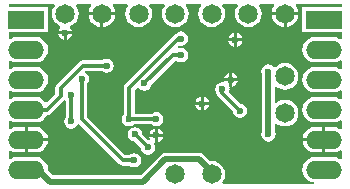
<source format=gbr>
%FSLAX43Y43*%
%MOMM*%
G71*
G01*
G75*
G04 Layer_Physical_Order=2*
G04 Layer_Color=16711680*
%ADD10R,1.143X0.889*%
%ADD11R,0.762X0.889*%
%ADD12R,0.889X0.762*%
%ADD13R,1.550X0.450*%
%ADD14R,2.300X2.300*%
%ADD15O,0.850X0.350*%
%ADD16O,0.350X0.850*%
%ADD17C,0.300*%
%ADD18C,0.450*%
%ADD19C,0.500*%
%ADD20O,3.048X1.524*%
%ADD21R,3.048X1.524*%
%ADD22C,1.651*%
%ADD23C,0.300*%
%ADD24C,1.067*%
%ADD25C,0.600*%
G36*
X28592Y15362D02*
X25276D01*
Y13238D01*
X28592D01*
Y12682D01*
X28478Y12626D01*
X28398Y12688D01*
X28139Y12795D01*
X27862Y12831D01*
X26338D01*
X26061Y12795D01*
X25802Y12688D01*
X25581Y12517D01*
X25410Y12296D01*
X25303Y12037D01*
X25267Y11760D01*
X25303Y11483D01*
X25410Y11224D01*
X25581Y11003D01*
X25802Y10832D01*
X26061Y10725D01*
X26338Y10689D01*
X27862D01*
X28139Y10725D01*
X28398Y10832D01*
X28478Y10894D01*
X28592Y10838D01*
Y10142D01*
X28478Y10086D01*
X28398Y10148D01*
X28139Y10255D01*
X27862Y10291D01*
X26338D01*
X26061Y10255D01*
X25802Y10148D01*
X25581Y9977D01*
X25410Y9756D01*
X25303Y9497D01*
X25267Y9220D01*
X25303Y8943D01*
X25410Y8684D01*
X25581Y8463D01*
X25802Y8292D01*
X26061Y8185D01*
X26338Y8149D01*
X27862D01*
X28139Y8185D01*
X28398Y8292D01*
X28478Y8354D01*
X28592Y8298D01*
Y7602D01*
X28478Y7546D01*
X28398Y7608D01*
X28139Y7715D01*
X27862Y7751D01*
X26338D01*
X26061Y7715D01*
X25802Y7608D01*
X25581Y7437D01*
X25410Y7216D01*
X25303Y6957D01*
X25267Y6680D01*
X25303Y6403D01*
X25410Y6144D01*
X25581Y5923D01*
X25802Y5752D01*
X26061Y5645D01*
X26338Y5609D01*
X27862D01*
X28139Y5645D01*
X28398Y5752D01*
X28478Y5814D01*
X28592Y5758D01*
Y5062D01*
X28478Y5006D01*
X28398Y5068D01*
X28139Y5175D01*
X27862Y5211D01*
X27227D01*
Y4140D01*
Y3069D01*
X27862D01*
X28139Y3105D01*
X28398Y3212D01*
X28478Y3274D01*
X28592Y3218D01*
Y2522D01*
X28478Y2466D01*
X28398Y2528D01*
X28139Y2635D01*
X27862Y2671D01*
X26338D01*
X26061Y2635D01*
X25802Y2528D01*
X25581Y2357D01*
X25410Y2136D01*
X25303Y1877D01*
X25267Y1600D01*
X25303Y1323D01*
X25410Y1064D01*
X25581Y843D01*
X25802Y672D01*
X26061Y565D01*
X26294Y535D01*
X26286Y408D01*
X18554D01*
X18498Y522D01*
X18583Y632D01*
X18697Y906D01*
X18735Y1200D01*
X18697Y1494D01*
X18583Y1768D01*
X18403Y2003D01*
X18168Y2183D01*
X17894Y2297D01*
X17600Y2335D01*
X17474Y2319D01*
X16921Y2872D01*
X16739Y2994D01*
X16524Y3036D01*
X13675D01*
X13461Y2994D01*
X13279Y2872D01*
X11568Y1161D01*
X4132D01*
X3728Y1565D01*
X3733Y1600D01*
X3697Y1877D01*
X3590Y2136D01*
X3419Y2357D01*
X3198Y2528D01*
X2939Y2635D01*
X2662Y2671D01*
X1138D01*
X861Y2635D01*
X602Y2528D01*
X522Y2466D01*
X408Y2522D01*
Y3218D01*
X522Y3274D01*
X602Y3212D01*
X861Y3105D01*
X1138Y3069D01*
X1773D01*
Y4140D01*
Y5211D01*
X1138D01*
X861Y5175D01*
X602Y5068D01*
X522Y5006D01*
X408Y5062D01*
Y5758D01*
X522Y5814D01*
X602Y5752D01*
X861Y5645D01*
X1138Y5609D01*
X2662D01*
X2939Y5645D01*
X3198Y5752D01*
X3419Y5923D01*
X3590Y6144D01*
X3621Y6221D01*
X3680D01*
X3856Y6256D01*
X4004Y6356D01*
X5124Y7475D01*
X5128Y7473D01*
X5241Y7398D01*
Y6093D01*
X5135Y5934D01*
X5088Y5700D01*
X5135Y5466D01*
X5267Y5267D01*
X5466Y5135D01*
X5700Y5088D01*
X5934Y5135D01*
X6133Y5267D01*
X6258Y5455D01*
X6384Y5467D01*
X9776Y2076D01*
X9924Y1976D01*
X10100Y1941D01*
X10607D01*
X10766Y1835D01*
X11000Y1788D01*
X11234Y1835D01*
X11433Y1967D01*
X11565Y2166D01*
X11612Y2400D01*
X11565Y2634D01*
X11433Y2833D01*
X11234Y2965D01*
X11000Y3012D01*
X10766Y2965D01*
X10607Y2859D01*
X10290D01*
X7059Y6090D01*
Y8907D01*
X7165Y9066D01*
X7212Y9300D01*
X7165Y9534D01*
X7033Y9733D01*
X6834Y9865D01*
X6825Y9895D01*
X6871Y9941D01*
X8307D01*
X8466Y9835D01*
X8700Y9788D01*
X8934Y9835D01*
X9133Y9967D01*
X9265Y10166D01*
X9312Y10400D01*
X9265Y10634D01*
X9133Y10833D01*
X8934Y10965D01*
X8700Y11012D01*
X8466Y10965D01*
X8307Y10859D01*
X6681D01*
X6505Y10824D01*
X6356Y10724D01*
X4476Y8844D01*
X4376Y8695D01*
X4341Y8519D01*
Y7990D01*
X3648Y7297D01*
X3521Y7305D01*
X3419Y7437D01*
X3198Y7608D01*
X2939Y7715D01*
X2662Y7751D01*
X1138D01*
X861Y7715D01*
X602Y7608D01*
X522Y7546D01*
X408Y7602D01*
Y8298D01*
X522Y8354D01*
X602Y8292D01*
X861Y8185D01*
X1138Y8149D01*
X2662D01*
X2939Y8185D01*
X3198Y8292D01*
X3419Y8463D01*
X3590Y8684D01*
X3697Y8943D01*
X3733Y9220D01*
X3697Y9497D01*
X3590Y9756D01*
X3419Y9977D01*
X3198Y10148D01*
X2939Y10255D01*
X2662Y10291D01*
X1138D01*
X861Y10255D01*
X602Y10148D01*
X522Y10086D01*
X408Y10142D01*
Y10838D01*
X522Y10894D01*
X602Y10832D01*
X861Y10725D01*
X1138Y10689D01*
X2662D01*
X2939Y10725D01*
X3198Y10832D01*
X3419Y11003D01*
X3590Y11224D01*
X3697Y11483D01*
X3733Y11760D01*
X3697Y12037D01*
X3590Y12296D01*
X3419Y12517D01*
X3198Y12688D01*
X2939Y12795D01*
X2662Y12831D01*
X1138D01*
X861Y12795D01*
X602Y12688D01*
X522Y12626D01*
X408Y12682D01*
Y13238D01*
X3724D01*
Y15362D01*
X408D01*
Y15592D01*
X4246D01*
X4302Y15478D01*
X4217Y15368D01*
X4103Y15094D01*
X4065Y14800D01*
X4103Y14506D01*
X4217Y14232D01*
X4397Y13997D01*
X4632Y13817D01*
X4762Y13763D01*
X4774Y13637D01*
X4767Y13633D01*
X4635Y13434D01*
X4614Y13327D01*
X5786D01*
X5765Y13434D01*
X5633Y13633D01*
X5626Y13637D01*
X5638Y13763D01*
X5768Y13817D01*
X6003Y13997D01*
X6183Y14232D01*
X6297Y14506D01*
X6335Y14800D01*
X6297Y15094D01*
X6183Y15368D01*
X6098Y15478D01*
X6154Y15592D01*
X7346D01*
X7402Y15478D01*
X7317Y15368D01*
X7203Y15094D01*
X7182Y14927D01*
X9418D01*
X9397Y15094D01*
X9283Y15368D01*
X9198Y15478D01*
X9254Y15592D01*
X10446D01*
X10502Y15478D01*
X10417Y15368D01*
X10303Y15094D01*
X10265Y14800D01*
X10303Y14506D01*
X10417Y14232D01*
X10597Y13997D01*
X10832Y13817D01*
X11106Y13703D01*
X11400Y13665D01*
X11694Y13703D01*
X11968Y13817D01*
X12203Y13997D01*
X12383Y14232D01*
X12497Y14506D01*
X12535Y14800D01*
X12497Y15094D01*
X12383Y15368D01*
X12298Y15478D01*
X12354Y15592D01*
X13546D01*
X13602Y15478D01*
X13517Y15368D01*
X13403Y15094D01*
X13365Y14800D01*
X13403Y14506D01*
X13517Y14232D01*
X13697Y13997D01*
X13932Y13817D01*
X14206Y13703D01*
X14500Y13665D01*
X14794Y13703D01*
X15068Y13817D01*
X15303Y13997D01*
X15483Y14232D01*
X15597Y14506D01*
X15635Y14800D01*
X15597Y15094D01*
X15483Y15368D01*
X15398Y15478D01*
X15454Y15592D01*
X16646D01*
X16702Y15478D01*
X16617Y15368D01*
X16503Y15094D01*
X16465Y14800D01*
X16503Y14506D01*
X16617Y14232D01*
X16797Y13997D01*
X17032Y13817D01*
X17306Y13703D01*
X17600Y13665D01*
X17894Y13703D01*
X18168Y13817D01*
X18403Y13997D01*
X18583Y14232D01*
X18697Y14506D01*
X18735Y14800D01*
X18697Y15094D01*
X18583Y15368D01*
X18498Y15478D01*
X18554Y15592D01*
X19746D01*
X19802Y15478D01*
X19717Y15368D01*
X19603Y15094D01*
X19565Y14800D01*
X19603Y14506D01*
X19717Y14232D01*
X19897Y13997D01*
X20132Y13817D01*
X20406Y13703D01*
X20700Y13665D01*
X20994Y13703D01*
X21268Y13817D01*
X21503Y13997D01*
X21683Y14232D01*
X21797Y14506D01*
X21835Y14800D01*
X21797Y15094D01*
X21683Y15368D01*
X21598Y15478D01*
X21654Y15592D01*
X22846D01*
X22902Y15478D01*
X22817Y15368D01*
X22703Y15094D01*
X22682Y14927D01*
X24918D01*
X24897Y15094D01*
X24783Y15368D01*
X24698Y15478D01*
X24754Y15592D01*
X28592D01*
Y15362D01*
D02*
G37*
%LPC*%
G36*
X17386Y7073D02*
X16927D01*
Y6614D01*
X17034Y6635D01*
X17233Y6767D01*
X17365Y6966D01*
X17386Y7073D01*
D02*
G37*
G36*
X16673D02*
X16214D01*
X16235Y6966D01*
X16367Y6767D01*
X16566Y6635D01*
X16673Y6614D01*
Y7073D01*
D02*
G37*
G36*
X13027Y5086D02*
Y4627D01*
X13486D01*
X13465Y4734D01*
X13333Y4933D01*
X13134Y5065D01*
X13027Y5086D01*
D02*
G37*
G36*
X16673Y7786D02*
X16566Y7765D01*
X16367Y7633D01*
X16235Y7434D01*
X16214Y7327D01*
X16673D01*
Y7786D01*
D02*
G37*
G36*
X19073Y9098D02*
X18614D01*
X18614Y9097D01*
X18524Y9007D01*
X18500Y9012D01*
X18266Y8965D01*
X18067Y8833D01*
X17935Y8634D01*
X17888Y8400D01*
X17935Y8166D01*
X18067Y7967D01*
X18068Y7967D01*
X18076Y7924D01*
X18176Y7776D01*
X19397Y6554D01*
X19435Y6366D01*
X19567Y6167D01*
X19766Y6035D01*
X20000Y5988D01*
X20234Y6035D01*
X20433Y6167D01*
X20565Y6366D01*
X20612Y6600D01*
X20565Y6834D01*
X20433Y7033D01*
X20234Y7165D01*
X20046Y7203D01*
X19068Y8181D01*
X19112Y8400D01*
X19086Y8528D01*
X19176Y8618D01*
X19073Y8638D01*
Y9098D01*
D02*
G37*
G36*
X19786D02*
X19327D01*
Y8639D01*
X19434Y8660D01*
X19633Y8792D01*
X19765Y8991D01*
X19786Y9098D01*
D02*
G37*
G36*
X16927Y7786D02*
Y7327D01*
X17386D01*
X17365Y7434D01*
X17233Y7633D01*
X17034Y7765D01*
X16927Y7786D01*
D02*
G37*
G36*
X26973Y4013D02*
X25284D01*
X25303Y3863D01*
X25410Y3604D01*
X25581Y3383D01*
X25802Y3212D01*
X26061Y3105D01*
X26338Y3069D01*
X26973D01*
Y4013D01*
D02*
G37*
G36*
X3716D02*
X2027D01*
Y3069D01*
X2662D01*
X2939Y3105D01*
X3198Y3212D01*
X3419Y3383D01*
X3590Y3604D01*
X3697Y3863D01*
X3716Y4013D01*
D02*
G37*
G36*
X11100Y5212D02*
X10866Y5165D01*
X10667Y5033D01*
X10535Y4834D01*
X10488Y4600D01*
X10535Y4366D01*
X10667Y4167D01*
X10866Y4035D01*
X11054Y3997D01*
X11597Y3454D01*
X11635Y3266D01*
X11767Y3067D01*
X11966Y2935D01*
X12200Y2888D01*
X12434Y2935D01*
X12633Y3067D01*
X12765Y3266D01*
X12812Y3500D01*
X12765Y3734D01*
X12718Y3805D01*
X12788Y3910D01*
X12773Y3913D01*
Y4373D01*
X12314D01*
X12335Y4266D01*
X12382Y4195D01*
X12346Y4141D01*
X12220Y4129D01*
X11703Y4646D01*
X11665Y4834D01*
X11533Y5033D01*
X11334Y5165D01*
X11100Y5212D01*
D02*
G37*
G36*
X13486Y4373D02*
X13027D01*
Y3914D01*
X13134Y3935D01*
X13333Y4067D01*
X13465Y4266D01*
X13486Y4373D01*
D02*
G37*
G36*
X12773Y5086D02*
X12666Y5065D01*
X12467Y4933D01*
X12335Y4734D01*
X12314Y4627D01*
X12773D01*
Y5086D01*
D02*
G37*
G36*
X26973Y5211D02*
X26338D01*
X26061Y5175D01*
X25802Y5068D01*
X25581Y4897D01*
X25410Y4676D01*
X25303Y4417D01*
X25284Y4267D01*
X26973D01*
Y5211D01*
D02*
G37*
G36*
X2662D02*
X2027D01*
Y4267D01*
X3716D01*
X3697Y4417D01*
X3590Y4676D01*
X3419Y4897D01*
X3198Y5068D01*
X2939Y5175D01*
X2662Y5211D01*
D02*
G37*
G36*
X19727Y13186D02*
Y12727D01*
X20186D01*
X20165Y12834D01*
X20033Y13033D01*
X19834Y13165D01*
X19727Y13186D01*
D02*
G37*
G36*
X19473D02*
X19366Y13165D01*
X19167Y13033D01*
X19035Y12834D01*
X19014Y12727D01*
X19473D01*
Y13186D01*
D02*
G37*
G36*
X5786Y13073D02*
X5327D01*
Y12614D01*
X5434Y12635D01*
X5633Y12767D01*
X5765Y12966D01*
X5786Y13073D01*
D02*
G37*
G36*
X8173Y14673D02*
X7182D01*
X7203Y14506D01*
X7317Y14232D01*
X7497Y13997D01*
X7732Y13817D01*
X8006Y13703D01*
X8173Y13682D01*
Y14673D01*
D02*
G37*
G36*
X24918D02*
X23927D01*
Y13682D01*
X24094Y13703D01*
X24368Y13817D01*
X24603Y13997D01*
X24783Y14232D01*
X24897Y14506D01*
X24918Y14673D01*
D02*
G37*
G36*
X23673D02*
X22682D01*
X22703Y14506D01*
X22817Y14232D01*
X22997Y13997D01*
X23232Y13817D01*
X23506Y13703D01*
X23673Y13682D01*
Y14673D01*
D02*
G37*
G36*
X9418D02*
X8427D01*
Y13682D01*
X8594Y13703D01*
X8868Y13817D01*
X9103Y13997D01*
X9283Y14232D01*
X9397Y14506D01*
X9418Y14673D01*
D02*
G37*
G36*
X23800Y10635D02*
X23506Y10597D01*
X23232Y10483D01*
X22997Y10303D01*
X22986Y10288D01*
X22859Y10293D01*
X22833Y10333D01*
X22634Y10465D01*
X22400Y10512D01*
X22166Y10465D01*
X21967Y10333D01*
X21835Y10134D01*
X21788Y9900D01*
X21835Y9666D01*
X21839Y9659D01*
Y4841D01*
X21835Y4834D01*
X21788Y4600D01*
X21835Y4366D01*
X21967Y4167D01*
X22166Y4035D01*
X22400Y3988D01*
X22634Y4035D01*
X22833Y4167D01*
X22965Y4366D01*
X23012Y4600D01*
X22965Y4834D01*
X22961Y4841D01*
Y5482D01*
X23075Y5538D01*
X23232Y5417D01*
X23506Y5303D01*
X23800Y5265D01*
X24094Y5303D01*
X24368Y5417D01*
X24603Y5597D01*
X24783Y5832D01*
X24897Y6106D01*
X24935Y6400D01*
X24897Y6694D01*
X24783Y6968D01*
X24603Y7203D01*
X24368Y7383D01*
X24094Y7497D01*
X23800Y7535D01*
X23506Y7497D01*
X23232Y7383D01*
X23075Y7262D01*
X22961Y7318D01*
Y8582D01*
X23075Y8638D01*
X23232Y8517D01*
X23506Y8403D01*
X23800Y8365D01*
X24094Y8403D01*
X24368Y8517D01*
X24603Y8697D01*
X24783Y8932D01*
X24897Y9206D01*
X24935Y9500D01*
X24897Y9794D01*
X24783Y10068D01*
X24603Y10303D01*
X24368Y10483D01*
X24094Y10597D01*
X23800Y10635D01*
D02*
G37*
G36*
X19327Y9811D02*
Y9352D01*
X19786D01*
X19765Y9459D01*
X19633Y9658D01*
X19434Y9790D01*
X19327Y9811D01*
D02*
G37*
G36*
X19073D02*
X18966Y9790D01*
X18767Y9658D01*
X18635Y9459D01*
X18614Y9352D01*
X19073D01*
Y9811D01*
D02*
G37*
G36*
X19473Y12473D02*
X19014D01*
X19035Y12366D01*
X19167Y12167D01*
X19366Y12035D01*
X19473Y12014D01*
Y12473D01*
D02*
G37*
G36*
X5073Y13073D02*
X4614D01*
X4635Y12966D01*
X4767Y12767D01*
X4966Y12635D01*
X5073Y12614D01*
Y13073D01*
D02*
G37*
G36*
X15000Y13312D02*
X14766Y13265D01*
X14567Y13133D01*
X14526Y13071D01*
X14456Y13024D01*
X10276Y8844D01*
X10176Y8695D01*
X10141Y8519D01*
Y6293D01*
X10035Y6134D01*
X9988Y5900D01*
X10035Y5666D01*
X10167Y5467D01*
X10366Y5335D01*
X10600Y5288D01*
X10834Y5335D01*
X10993Y5441D01*
X12507D01*
X12666Y5335D01*
X12900Y5288D01*
X13134Y5335D01*
X13333Y5467D01*
X13465Y5666D01*
X13512Y5900D01*
X13465Y6134D01*
X13333Y6333D01*
X13134Y6465D01*
X12900Y6512D01*
X12666Y6465D01*
X12507Y6359D01*
X11059D01*
Y8329D01*
X11288Y8559D01*
X11415Y8546D01*
X11467Y8467D01*
X11666Y8335D01*
X11900Y8288D01*
X12134Y8335D01*
X12333Y8467D01*
X12465Y8666D01*
X12503Y8854D01*
X14490Y10841D01*
X14607D01*
X14766Y10735D01*
X15000Y10688D01*
X15234Y10735D01*
X15433Y10867D01*
X15565Y11066D01*
X15612Y11300D01*
X15565Y11534D01*
X15433Y11733D01*
X15234Y11865D01*
X15000Y11912D01*
X14767Y11865D01*
X14707Y11977D01*
X14848Y12118D01*
X15000Y12088D01*
X15234Y12135D01*
X15433Y12267D01*
X15565Y12466D01*
X15612Y12700D01*
X15565Y12934D01*
X15433Y13133D01*
X15234Y13265D01*
X15000Y13312D01*
D02*
G37*
G36*
X20186Y12473D02*
X19727D01*
Y12014D01*
X19834Y12035D01*
X20033Y12167D01*
X20165Y12366D01*
X20186Y12473D01*
D02*
G37*
%LPD*%
D17*
X18500Y8100D02*
X20000Y6600D01*
X18500Y8100D02*
Y8400D01*
X11100Y4600D02*
Y4600D01*
X14300Y11300D02*
X15000D01*
X14781Y12700D02*
X15000D01*
X1900Y6680D02*
X3680D01*
X10100Y2400D02*
X11000D01*
X10600Y6100D02*
Y8519D01*
X14781Y12700D01*
X10600Y5900D02*
X12900D01*
X6600Y5900D02*
X10100Y2400D01*
X3680Y6680D02*
X4800Y7800D01*
X6600Y5900D02*
Y9300D01*
X11100Y4600D02*
X12250Y3450D01*
X6681Y10400D02*
X8700D01*
X4800Y8519D02*
X6681Y10400D01*
X4800Y7800D02*
Y8519D01*
X5700Y5700D02*
Y7900D01*
X5675Y7925D02*
X5700Y7900D01*
X11900Y8900D02*
X14300Y11300D01*
D19*
X22400Y4600D02*
Y9900D01*
X3900Y600D02*
X11800D01*
X2900Y1600D02*
X3900Y600D01*
X1900Y1600D02*
X2900D01*
X11800Y600D02*
X13675Y2476D01*
X16524D01*
X17700Y1300D01*
D20*
X27100Y1600D02*
D03*
Y4140D02*
D03*
Y6680D02*
D03*
Y9220D02*
D03*
Y11760D02*
D03*
X1900Y1600D02*
D03*
Y4140D02*
D03*
Y6680D02*
D03*
Y9220D02*
D03*
Y11760D02*
D03*
D21*
X27100Y14300D02*
D03*
X1900D02*
D03*
D22*
X5200Y14800D02*
D03*
X8300D02*
D03*
X11400D02*
D03*
X14500D02*
D03*
X17600D02*
D03*
X20700D02*
D03*
X23800D02*
D03*
Y6400D02*
D03*
Y9500D02*
D03*
X14500Y1200D02*
D03*
X17600D02*
D03*
D25*
X20000Y6600D02*
D03*
X18500Y8400D02*
D03*
X22400Y4600D02*
D03*
X19200Y9225D02*
D03*
X22400Y9900D02*
D03*
X16800Y7200D02*
D03*
X5200Y13200D02*
D03*
X5700Y5700D02*
D03*
X6600Y9300D02*
D03*
X11100Y4600D02*
D03*
X11000Y2400D02*
D03*
X12900Y4500D02*
D03*
Y5900D02*
D03*
X15000Y11300D02*
D03*
Y12700D02*
D03*
X8700Y10400D02*
D03*
X12200Y3500D02*
D03*
X10600Y5900D02*
D03*
X19600Y12600D02*
D03*
X5675Y7925D02*
D03*
X11900Y8900D02*
D03*
M02*

</source>
